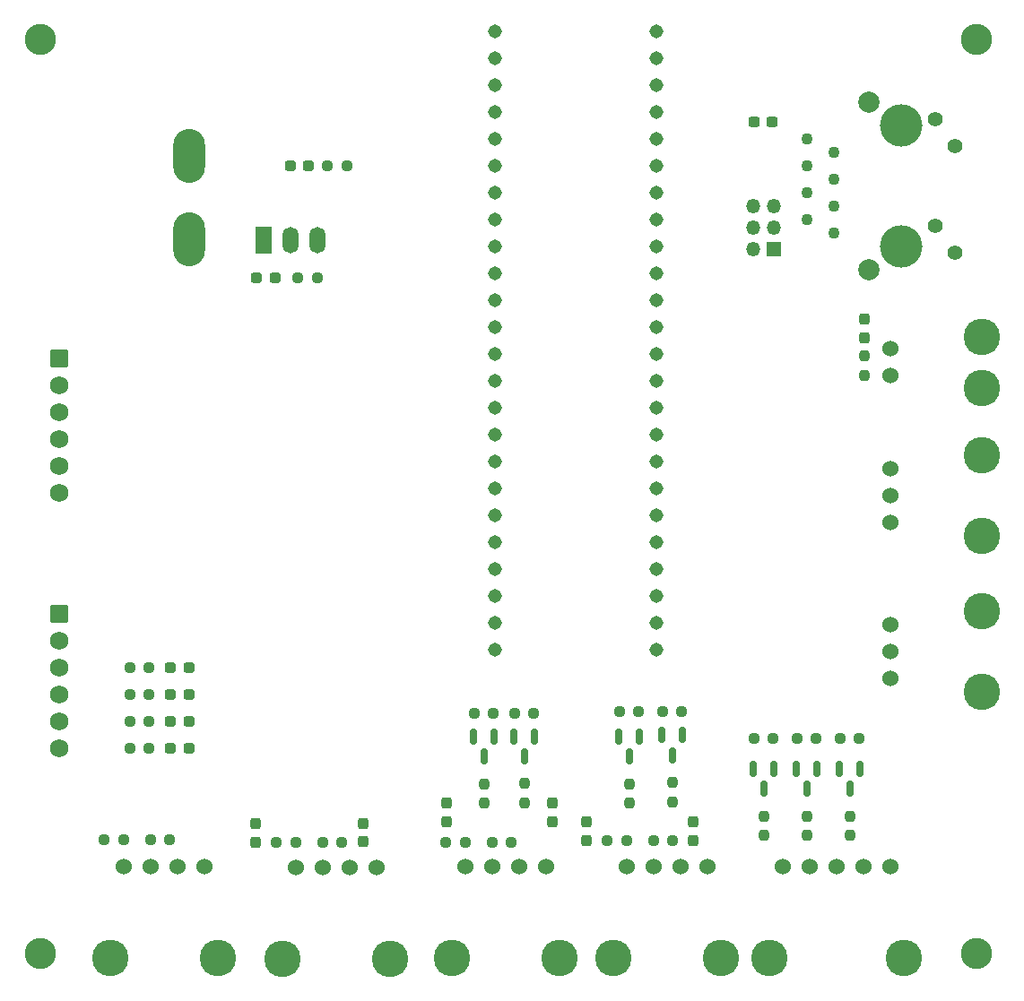
<source format=gts>
%TF.GenerationSoftware,KiCad,Pcbnew,(6.0.10)*%
%TF.CreationDate,2022-12-29T21:44:20-06:00*%
%TF.ProjectId,ScienceSensor,53636965-6e63-4655-9365-6e736f722e6b,rev?*%
%TF.SameCoordinates,Original*%
%TF.FileFunction,Soldermask,Top*%
%TF.FilePolarity,Negative*%
%FSLAX46Y46*%
G04 Gerber Fmt 4.6, Leading zero omitted, Abs format (unit mm)*
G04 Created by KiCad (PCBNEW (6.0.10)) date 2022-12-29 21:44:20*
%MOMM*%
%LPD*%
G01*
G04 APERTURE LIST*
G04 Aperture macros list*
%AMRoundRect*
0 Rectangle with rounded corners*
0 $1 Rounding radius*
0 $2 $3 $4 $5 $6 $7 $8 $9 X,Y pos of 4 corners*
0 Add a 4 corners polygon primitive as box body*
4,1,4,$2,$3,$4,$5,$6,$7,$8,$9,$2,$3,0*
0 Add four circle primitives for the rounded corners*
1,1,$1+$1,$2,$3*
1,1,$1+$1,$4,$5*
1,1,$1+$1,$6,$7*
1,1,$1+$1,$8,$9*
0 Add four rect primitives between the rounded corners*
20,1,$1+$1,$2,$3,$4,$5,0*
20,1,$1+$1,$4,$5,$6,$7,0*
20,1,$1+$1,$6,$7,$8,$9,0*
20,1,$1+$1,$8,$9,$2,$3,0*%
G04 Aperture macros list end*
%ADD10C,1.308000*%
%ADD11RoundRect,0.237500X-0.237500X0.287500X-0.237500X-0.287500X0.237500X-0.287500X0.237500X0.287500X0*%
%ADD12RoundRect,0.237500X0.250000X0.237500X-0.250000X0.237500X-0.250000X-0.237500X0.250000X-0.237500X0*%
%ADD13C,3.450000*%
%ADD14C,1.524000*%
%ADD15RoundRect,0.237500X0.237500X-0.250000X0.237500X0.250000X-0.237500X0.250000X-0.237500X-0.250000X0*%
%ADD16RoundRect,0.150000X-0.150000X0.587500X-0.150000X-0.587500X0.150000X-0.587500X0.150000X0.587500X0*%
%ADD17RoundRect,0.237500X-0.250000X-0.237500X0.250000X-0.237500X0.250000X0.237500X-0.250000X0.237500X0*%
%ADD18RoundRect,0.237500X0.287500X0.237500X-0.287500X0.237500X-0.287500X-0.237500X0.287500X-0.237500X0*%
%ADD19C,2.946400*%
%ADD20RoundRect,0.250000X-0.620000X0.620000X-0.620000X-0.620000X0.620000X-0.620000X0.620000X0.620000X0*%
%ADD21C,1.740000*%
%ADD22O,3.000000X5.100000*%
%ADD23RoundRect,0.237500X-0.287500X-0.237500X0.287500X-0.237500X0.287500X0.237500X-0.287500X0.237500X0*%
%ADD24R,1.500000X2.500000*%
%ADD25O,1.500000X2.500000*%
%ADD26C,1.100000*%
%ADD27C,1.400000*%
%ADD28C,4.000000*%
%ADD29C,2.000000*%
%ADD30RoundRect,0.237500X-0.300000X-0.237500X0.300000X-0.237500X0.300000X0.237500X-0.300000X0.237500X0*%
%ADD31R,1.350000X1.350000*%
%ADD32O,1.350000X1.350000*%
G04 APERTURE END LIST*
D10*
X158750000Y-105918000D03*
X158750000Y-103378000D03*
X158750000Y-100838000D03*
X158750000Y-98298000D03*
X158750000Y-72898000D03*
X143510000Y-103378000D03*
X158750000Y-95758000D03*
X158750000Y-93218000D03*
X158750000Y-90678000D03*
X158750000Y-88138000D03*
X158750000Y-85598000D03*
X158750000Y-83058000D03*
X158750000Y-80518000D03*
X158750000Y-77978000D03*
X158750000Y-75438000D03*
X143510000Y-75438000D03*
X143510000Y-77978000D03*
X143510000Y-80518000D03*
X143510000Y-83058000D03*
X143510000Y-85598000D03*
X143510000Y-88138000D03*
X143510000Y-90678000D03*
X143510000Y-93218000D03*
X143510000Y-95758000D03*
X143510000Y-98298000D03*
X143510000Y-100838000D03*
X158750000Y-70358000D03*
X158750000Y-67818000D03*
X158750000Y-65278000D03*
X158750000Y-62738000D03*
X158750000Y-60198000D03*
X158750000Y-57658000D03*
X158750000Y-55118000D03*
X158750000Y-52578000D03*
X158750000Y-50038000D03*
X143510000Y-50038000D03*
X143510000Y-52578000D03*
X143510000Y-55118000D03*
X143510000Y-57658000D03*
X143510000Y-60198000D03*
X143510000Y-62738000D03*
X143510000Y-65278000D03*
X143510000Y-67818000D03*
X143510000Y-70358000D03*
X158750000Y-108458000D03*
X143510000Y-72898000D03*
X143510000Y-105918000D03*
X143510000Y-108458000D03*
D11*
X138938000Y-122950000D03*
X138938000Y-124700000D03*
D12*
X112823000Y-126365000D03*
X110998000Y-126365000D03*
D13*
X182118000Y-137541000D03*
X169418000Y-137541000D03*
D14*
X180848000Y-128905000D03*
X178308000Y-128905000D03*
X175768000Y-128905000D03*
X173228000Y-128905000D03*
X170688000Y-128905000D03*
D13*
X189484000Y-90043000D03*
X189484000Y-97663000D03*
D14*
X180848000Y-91313000D03*
X180848000Y-93853000D03*
X180848000Y-96393000D03*
D15*
X168910000Y-126007500D03*
X168910000Y-124182500D03*
D12*
X173886500Y-116840000D03*
X172061500Y-116840000D03*
D16*
X147254000Y-116641000D03*
X145354000Y-116641000D03*
X146304000Y-118516000D03*
D15*
X146304000Y-122936000D03*
X146304000Y-121111000D03*
D17*
X154154500Y-126492000D03*
X155979500Y-126492000D03*
D15*
X142494000Y-122959500D03*
X142494000Y-121134500D03*
D16*
X173924000Y-119712500D03*
X172024000Y-119712500D03*
X172974000Y-121587500D03*
D17*
X122889000Y-126619000D03*
X124714000Y-126619000D03*
D12*
X110871000Y-112649000D03*
X109046000Y-112649000D03*
D13*
X117348000Y-137541000D03*
X107188000Y-137541000D03*
D14*
X116078000Y-128905000D03*
X113538000Y-128905000D03*
X110998000Y-128905000D03*
X108458000Y-128905000D03*
D11*
X178435000Y-77206500D03*
X178435000Y-78956500D03*
D18*
X114643500Y-110109000D03*
X112893500Y-110109000D03*
D17*
X138914500Y-126619000D03*
X140739500Y-126619000D03*
D12*
X145081000Y-126619000D03*
X143256000Y-126619000D03*
D17*
X127738500Y-62738000D03*
X129563500Y-62738000D03*
D15*
X160274000Y-122832500D03*
X160274000Y-121007500D03*
D12*
X147216500Y-114427000D03*
X145391500Y-114427000D03*
D17*
X106656500Y-126365000D03*
X108481500Y-126365000D03*
D11*
X152146000Y-124742000D03*
X152146000Y-126492000D03*
X162282500Y-124742000D03*
X162282500Y-126492000D03*
D15*
X177038000Y-126007500D03*
X177038000Y-124182500D03*
D12*
X160321000Y-126492000D03*
X158496000Y-126492000D03*
X110871000Y-110109000D03*
X109046000Y-110109000D03*
D19*
X188976000Y-137160000D03*
D12*
X110885000Y-117729000D03*
X109060000Y-117729000D03*
D20*
X102362000Y-80899000D03*
D21*
X102362000Y-83439000D03*
X102362000Y-85979000D03*
X102362000Y-88519000D03*
X102362000Y-91059000D03*
X102362000Y-93599000D03*
D11*
X148971000Y-122950000D03*
X148971000Y-124700000D03*
D19*
X188976000Y-50800000D03*
D18*
X114653000Y-115189000D03*
X112903000Y-115189000D03*
D12*
X169822500Y-116840000D03*
X167997500Y-116840000D03*
X177950500Y-116840000D03*
X176125500Y-116840000D03*
D16*
X143444000Y-116664500D03*
X141544000Y-116664500D03*
X142494000Y-118539500D03*
D18*
X114667000Y-117729000D03*
X112917000Y-117729000D03*
D17*
X124944500Y-73279000D03*
X126769500Y-73279000D03*
D19*
X100584000Y-50800000D03*
D22*
X114687400Y-61764000D03*
X114687400Y-69638000D03*
D19*
X100584000Y-137160000D03*
D16*
X169860000Y-119712500D03*
X167960000Y-119712500D03*
X168910000Y-121587500D03*
D11*
X131064000Y-124855000D03*
X131064000Y-126605000D03*
D12*
X161186500Y-114300000D03*
X159361500Y-114300000D03*
D23*
X124220000Y-62738000D03*
X125970000Y-62738000D03*
D18*
X114643500Y-112649000D03*
X112893500Y-112649000D03*
D13*
X149606000Y-137541000D03*
X139446000Y-137541000D03*
D14*
X148336000Y-128905000D03*
X145796000Y-128905000D03*
X143256000Y-128905000D03*
X140716000Y-128905000D03*
D16*
X177988000Y-119712500D03*
X176088000Y-119712500D03*
X177038000Y-121587500D03*
D13*
X189484000Y-112395000D03*
X189484000Y-104775000D03*
D14*
X180848000Y-106045000D03*
X180848000Y-108585000D03*
X180848000Y-111125000D03*
D24*
X121666000Y-69723000D03*
D25*
X124206000Y-69723000D03*
X126746000Y-69723000D03*
D15*
X156210000Y-122959500D03*
X156210000Y-121134500D03*
D12*
X110871000Y-115189000D03*
X109046000Y-115189000D03*
D16*
X161224000Y-116537500D03*
X159324000Y-116537500D03*
X160274000Y-118412500D03*
D12*
X129079000Y-126619000D03*
X127254000Y-126619000D03*
D23*
X121045000Y-73279000D03*
X122795000Y-73279000D03*
D15*
X172974000Y-126007500D03*
X172974000Y-124182500D03*
D12*
X157122500Y-114300000D03*
X155297500Y-114300000D03*
D13*
X164846000Y-137541000D03*
X154686000Y-137541000D03*
D14*
X163576000Y-128905000D03*
X161036000Y-128905000D03*
X158496000Y-128905000D03*
X155956000Y-128905000D03*
D13*
X133604000Y-137668000D03*
X123444000Y-137668000D03*
D14*
X132334000Y-129032000D03*
X129794000Y-129032000D03*
X127254000Y-129032000D03*
X124714000Y-129032000D03*
D26*
X175514000Y-69086000D03*
X172974000Y-67816000D03*
X175514000Y-66546000D03*
X172974000Y-65276000D03*
X175514000Y-64006000D03*
X172974000Y-62736000D03*
X175514000Y-61466000D03*
X172974000Y-60196000D03*
D27*
X186944000Y-70966000D03*
X185154000Y-68426000D03*
X186944000Y-60856000D03*
X185154000Y-58316000D03*
D28*
X181864000Y-70356000D03*
X181864000Y-58926000D03*
D29*
X178814000Y-72516000D03*
X178814000Y-56766000D03*
D30*
X167996000Y-58545000D03*
X169721000Y-58545000D03*
D15*
X178435000Y-82550000D03*
X178435000Y-80725000D03*
D20*
X102362000Y-105029000D03*
D21*
X102362000Y-107569000D03*
X102362000Y-110109000D03*
X102362000Y-112649000D03*
X102362000Y-115189000D03*
X102362000Y-117729000D03*
D13*
X189488000Y-78865000D03*
X189484000Y-83693000D03*
D14*
X180848000Y-80010000D03*
X180848000Y-82550000D03*
D11*
X120904000Y-124869000D03*
X120904000Y-126619000D03*
D31*
X169910000Y-70580000D03*
D32*
X167910000Y-70580000D03*
X169910000Y-68580000D03*
X167910000Y-68580000D03*
X169910000Y-66580000D03*
X167910000Y-66580000D03*
D12*
X143406500Y-114427000D03*
X141581500Y-114427000D03*
D16*
X157160000Y-116664500D03*
X155260000Y-116664500D03*
X156210000Y-118539500D03*
M02*

</source>
